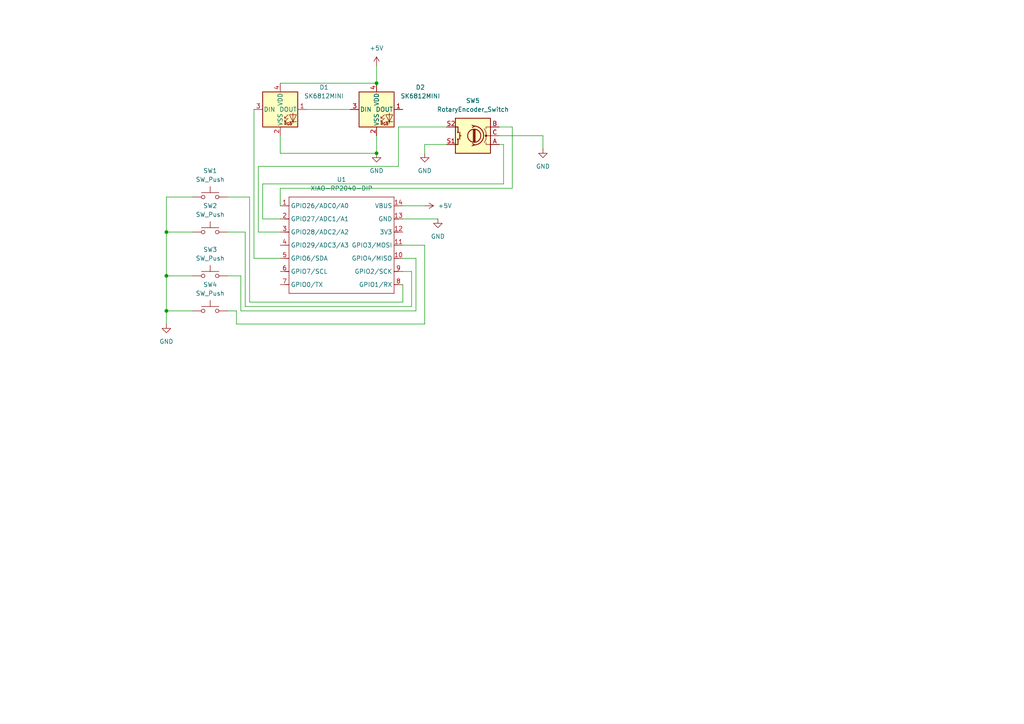
<source format=kicad_sch>
(kicad_sch (version 20250114) (generator "eeschema") (generator_version "9.0")
  (paper "A4")
  (lib_symbols
    (symbol "Device:RotaryEncoder_Switch" (pin_names (offset 0.254) (hide yes))
      (property "Reference" "SW" (at 0 6.604 0))
      (property "Value" "RotaryEncoder_Switch" (at 0 -6.604 0))
      (symbol "RotaryEncoder_Switch_0_1"
        (rectangle (start -5.08 5.08) (end 5.08 -5.08) (stroke (width 0.254)) (fill (type background)))
        (polyline (pts (xy -5.08 2.54) (xy -3.81 2.54) (xy -3.81 2.032)))
        (polyline (pts (xy -5.08 0) (xy -3.81 0) (xy -3.81 -1.016) (xy -3.302 -2.032)))
        (polyline (pts (xy -5.08 -2.54) (xy -3.81 -2.54) (xy -3.81 -2.032)))
        (polyline (pts (xy -4.318 0) (xy -3.81 0) (xy -3.81 1.016) (xy -3.302 2.032)))
        (circle (center -3.81 0) (radius 0.254) (fill (type outline)))
        (polyline (pts (xy -0.635 -1.778) (xy -0.635 1.778)) (stroke (width 0.254)))
        (circle (center -0.381 0) (radius 1.905) (stroke (width 0.254)))
        (polyline (pts (xy -0.381 -1.778) (xy -0.381 1.778)) (stroke (width 0.254)))
        (arc (start -0.381 -2.794) (mid -3.0988 -0.0635) (end -0.381 2.667) (stroke (width 0.254)))
        (polyline (pts (xy -0.127 1.778) (xy -0.127 -1.778)) (stroke (width 0.254)))
        (polyline (pts (xy 0.254 2.921) (xy -0.508 2.667) (xy 0.127 2.286)) (stroke (width 0.254)))
        (polyline (pts (xy 0.254 -3.048) (xy -0.508 -2.794) (xy 0.127 -2.413)) (stroke (width 0.254)))
        (polyline (pts (xy 3.81 1.016) (xy 3.81 -1.016)) (stroke (width 0.254)))
        (polyline (pts (xy 3.81 0) (xy 3.429 0)) (stroke (width 0.254)))
        (circle (center 4.318 1.016) (radius 0.127) (stroke (width 0.254)))
        (circle (center 4.318 -1.016) (radius 0.127) (stroke (width 0.254)))
        (polyline (pts (xy 5.08 2.54) (xy 4.318 2.54) (xy 4.318 1.016)) (stroke (width 0.254)))
        (polyline (pts (xy 5.08 -2.54) (xy 4.318 -2.54) (xy 4.318 -1.016)) (stroke (width 0.254)))
      )
      (symbol "RotaryEncoder_Switch_1_1"
        (pin passive line (at -7.62 2.54 0) (length 2.54) (name "A") (number "A"))
        (pin passive line (at -7.62 0 0) (length 2.54) (name "C") (number "C"))
        (pin passive line (at -7.62 -2.54 0) (length 2.54) (name "B") (number "B"))
        (pin passive line (at 7.62 2.54 180) (length 2.54) (name "S1") (number "S1"))
        (pin passive line (at 7.62 -2.54 180) (length 2.54) (name "S2") (number "S2"))
      )
    )
    (symbol "LED:SK6812MINI" (pin_names (offset 0.254))
      (property "Reference" "D" (at 5.08 5.715 0))
      (property "Value" "SK6812MINI" (at 1.27 -5.715 0))
      (symbol "SK6812MINI_0_0"
        (text "RGB" (at 2.286 -4.191 0) (effects (font (size 0.762 0.762))))
      )
      (symbol "SK6812MINI_0_1"
        (polyline (pts (xy 1.27 -2.54) (xy 1.778 -2.54)))
        (polyline (pts (xy 1.27 -3.556) (xy 1.778 -3.556)))
        (polyline (pts (xy 2.286 -1.524) (xy 1.27 -2.54) (xy 1.27 -2.032)))
        (polyline (pts (xy 2.286 -2.54) (xy 1.27 -3.556) (xy 1.27 -3.048)))
        (polyline (pts (xy 3.683 -1.016) (xy 3.683 -3.556) (xy 3.683 -4.064)))
        (polyline (pts (xy 4.699 -1.524) (xy 2.667 -1.524) (xy 3.683 -3.556) (xy 4.699 -1.524)))
        (polyline (pts (xy 4.699 -3.556) (xy 2.667 -3.556)))
        (rectangle (start 5.08 5.08) (end -5.08 -5.08) (stroke (width 0.254)) (fill (type background)))
      )
      (symbol "SK6812MINI_1_1"
        (pin input line (at -7.62 0 0) (length 2.54) (name "DIN") (number "3"))
        (pin power_in line (at 0 7.62 270) (length 2.54) (name "VDD") (number "4"))
        (pin power_in line (at 0 -7.62 90) (length 2.54) (name "VSS") (number "2"))
        (pin output line (at 7.62 0 180) (length 2.54) (name "DOUT") (number "1"))
      )
    )
    (symbol "OPL:XIAO-RP2040-DIP"
      (property "Reference" "U" (at 0 0 0))
      (property "Value" "XIAO-RP2040-DIP" (at 5.334 -1.778 0))
      (symbol "XIAO-RP2040-DIP_1_0"
        (polyline (pts (xy -1.27 -2.54) (xy 29.21 -2.54)) (stroke (width 0.1524)))
        (polyline (pts (xy -1.27 -5.08) (xy -2.54 -5.08)) (stroke (width 0.1524)))
        (polyline (pts (xy -1.27 -5.08) (xy -1.27 -2.54)) (stroke (width 0.1524)))
        (polyline (pts (xy -1.27 -8.89) (xy -2.54 -8.89)) (stroke (width 0.1524)))
        (polyline (pts (xy -1.27 -8.89) (xy -1.27 -5.08)) (stroke (width 0.1524)))
        (polyline (pts (xy -1.27 -12.7) (xy -2.54 -12.7)) (stroke (width 0.1524)))
        (polyline (pts (xy -1.27 -12.7) (xy -1.27 -8.89)) (stroke (width 0.1524)))
        (polyline (pts (xy -1.27 -16.51) (xy -2.54 -16.51)) (stroke (width 0.1524)))
        (polyline (pts (xy -1.27 -16.51) (xy -1.27 -12.7)) (stroke (width 0.1524)))
        (polyline (pts (xy -1.27 -20.32) (xy -2.54 -20.32)) (stroke (width 0.1524)))
        (polyline (pts (xy -1.27 -24.13) (xy -2.54 -24.13)) (stroke (width 0.1524)))
        (polyline (pts (xy -1.27 -27.94) (xy -2.54 -27.94)) (stroke (width 0.1524)))
        (polyline (pts (xy -1.27 -30.48) (xy -1.27 -16.51)) (stroke (width 0.1524)))
        (polyline (pts (xy 29.21 -2.54) (xy 29.21 -5.08)) (stroke (width 0.1524)))
        (polyline (pts (xy 29.21 -5.08) (xy 29.21 -8.89)) (stroke (width 0.1524)))
        (polyline (pts (xy 29.21 -8.89) (xy 29.21 -12.7)) (stroke (width 0.1524)))
        (polyline (pts (xy 29.21 -12.7) (xy 29.21 -30.48)) (stroke (width 0.1524)))
        (polyline (pts (xy 29.21 -30.48) (xy -1.27 -30.48)) (stroke (width 0.1524)))
        (polyline (pts (xy 30.48 -5.08) (xy 29.21 -5.08)) (stroke (width 0.1524)))
        (polyline (pts (xy 30.48 -8.89) (xy 29.21 -8.89)) (stroke (width 0.1524)))
        (polyline (pts (xy 30.48 -12.7) (xy 29.21 -12.7)) (stroke (width 0.1524)))
        (polyline (pts (xy 30.48 -16.51) (xy 29.21 -16.51)) (stroke (width 0.1524)))
        (polyline (pts (xy 30.48 -20.32) (xy 29.21 -20.32)) (stroke (width 0.1524)))
        (polyline (pts (xy 30.48 -24.13) (xy 29.21 -24.13)) (stroke (width 0.1524)))
        (polyline (pts (xy 30.48 -27.94) (xy 29.21 -27.94)) (stroke (width 0.1524)))
        (pin passive line (at -3.81 -5.08 0) (length 2.54) (name "GPIO26/ADC0/A0") (number "1"))
        (pin passive line (at -3.81 -8.89 0) (length 2.54) (name "GPIO27/ADC1/A1") (number "2"))
        (pin passive line (at -3.81 -12.7 0) (length 2.54) (name "GPIO28/ADC2/A2") (number "3"))
        (pin passive line (at -3.81 -16.51 0) (length 2.54) (name "GPIO29/ADC3/A3") (number "4"))
        (pin passive line (at -3.81 -20.32 0) (length 2.54) (name "GPIO6/SDA") (number "5"))
        (pin passive line (at -3.81 -24.13 0) (length 2.54) (name "GPIO7/SCL") (number "6"))
        (pin passive line (at -3.81 -27.94 0) (length 2.54) (name "GPIO0/TX") (number "7"))
        (pin passive line (at 31.75 -5.08 180) (length 2.54) (name "VBUS") (number "14"))
        (pin passive line (at 31.75 -8.89 180) (length 2.54) (name "GND") (number "13"))
        (pin passive line (at 31.75 -12.7 180) (length 2.54) (name "3V3") (number "12"))
        (pin passive line (at 31.75 -16.51 180) (length 2.54) (name "GPIO3/MOSI") (number "11"))
        (pin passive line (at 31.75 -20.32 180) (length 2.54) (name "GPIO4/MISO") (number "10"))
        (pin passive line (at 31.75 -24.13 180) (length 2.54) (name "GPIO2/SCK") (number "9"))
        (pin passive line (at 31.75 -27.94 180) (length 2.54) (name "GPIO1/RX") (number "8"))
      )
    )
    (symbol "Switch:SW_Push" (pin_numbers (hide yes)) (pin_names (offset 1.016) (hide yes))
      (property "Reference" "SW" (at 1.27 2.54 0))
      (property "Value" "SW_Push" (at 0 -1.524 0))
      (symbol "SW_Push_0_1"
        (circle (center -2.032 0) (radius 0.508))
        (polyline (pts (xy 0 1.27) (xy 0 3.048)))
        (circle (center 2.032 0) (radius 0.508))
        (polyline (pts (xy 2.54 1.27) (xy -2.54 1.27)))
        (pin passive line (at -5.08 0 0) (length 2.54) (name "1") (number "1"))
        (pin passive line (at 5.08 0 180) (length 2.54) (name "2") (number "2"))
      )
    )
    (symbol "power:+5V" (power) (pin_numbers (hide yes)) (pin_names (offset 0) (hide yes))
      (property "Value" "+5V" (at 0 3.556 0))
      (symbol "+5V_0_1"
        (polyline (pts (xy -0.762 1.27) (xy 0 2.54)))
        (polyline (pts (xy 0 2.54) (xy 0.762 1.27)))
        (polyline (pts (xy 0 0) (xy 0 2.54)))
      )
      (symbol "+5V_1_1"
        (pin power_in line (at 0 0 90) (length 0) (name "~") (number "1"))
      )
    )
    (symbol "power:GND" (power) (pin_numbers (hide yes)) (pin_names (offset 0) (hide yes))
      (property "Value" "GND" (at 0 -3.81 0))
      (symbol "GND_0_1"
        (polyline (pts (xy 0 0) (xy 0 -1.27) (xy 1.27 -1.27) (xy 0 -2.54) (xy -1.27 -1.27) (xy 0 -1.27)))
      )
      (symbol "GND_1_1"
        (pin power_in line (at 0 0 270) (length 0) (name "~") (number "1"))
      )
    )
  )
  (junction (at 109.22 24.13))
  (junction (at 109.22 44.45))
  (junction (at 48.26 90.17))
  (junction (at 48.26 80.01))
  (junction (at 48.26 67.31))
  (wire (pts (xy 66.04 67.31) (xy 71.12 67.31)))
  (wire (pts (xy 119.38 78.74) (xy 116.84 78.74)))
  (wire (pts (xy 148.59 36.83) (xy 148.59 54.61)))
  (wire (pts (xy 48.26 67.31) (xy 48.26 80.01)))
  (wire (pts (xy 120.65 74.93) (xy 116.84 74.93)))
  (wire (pts (xy 109.22 39.37) (xy 109.22 44.45)))
  (wire (pts (xy 123.19 93.98) (xy 123.19 71.12)))
  (wire (pts (xy 123.19 41.91) (xy 123.19 44.45)))
  (wire (pts (xy 116.84 87.63) (xy 116.84 82.55)))
  (wire (pts (xy 76.2 63.5) (xy 81.28 63.5)))
  (wire (pts (xy 129.54 41.91) (xy 123.19 41.91)))
  (wire (pts (xy 69.85 90.17) (xy 120.65 90.17)))
  (wire (pts (xy 73.66 31.75) (xy 73.66 74.93)))
  (wire (pts (xy 55.88 57.15) (xy 48.26 57.15)))
  (wire (pts (xy 120.65 90.17) (xy 120.65 74.93)))
  (wire (pts (xy 68.58 93.98) (xy 123.19 93.98)))
  (wire (pts (xy 66.04 80.01) (xy 69.85 80.01)))
  (wire (pts (xy 146.05 41.91) (xy 146.05 53.34)))
  (wire (pts (xy 48.26 67.31) (xy 55.88 67.31)))
  (wire (pts (xy 48.26 80.01) (xy 55.88 80.01)))
  (wire (pts (xy 66.04 57.15) (xy 72.39 57.15)))
  (wire (pts (xy 48.26 57.15) (xy 48.26 67.31)))
  (wire (pts (xy 144.78 36.83) (xy 148.59 36.83)))
  (wire (pts (xy 76.2 53.34) (xy 76.2 63.5)))
  (wire (pts (xy 74.93 48.26) (xy 74.93 67.31)))
  (wire (pts (xy 72.39 57.15) (xy 72.39 87.63)))
  (wire (pts (xy 73.66 74.93) (xy 81.28 74.93)))
  (wire (pts (xy 115.57 36.83) (xy 115.57 48.26)))
  (wire (pts (xy 81.28 39.37) (xy 81.28 44.45)))
  (wire (pts (xy 146.05 53.34) (xy 76.2 53.34)))
  (wire (pts (xy 144.78 41.91) (xy 146.05 41.91)))
  (wire (pts (xy 129.54 36.83) (xy 115.57 36.83)))
  (wire (pts (xy 123.19 71.12) (xy 116.84 71.12)))
  (wire (pts (xy 109.22 19.05) (xy 109.22 24.13)))
  (wire (pts (xy 119.38 88.9) (xy 119.38 78.74)))
  (wire (pts (xy 144.78 39.37) (xy 157.48 39.37)))
  (wire (pts (xy 72.39 87.63) (xy 116.84 87.63)))
  (wire (pts (xy 48.26 90.17) (xy 48.26 93.98)))
  (wire (pts (xy 48.26 80.01) (xy 48.26 90.17)))
  (wire (pts (xy 68.58 90.17) (xy 68.58 93.98)))
  (wire (pts (xy 81.28 44.45) (xy 109.22 44.45)))
  (wire (pts (xy 81.28 54.61) (xy 81.28 59.69)))
  (wire (pts (xy 71.12 88.9) (xy 119.38 88.9)))
  (wire (pts (xy 157.48 39.37) (xy 157.48 43.18)))
  (wire (pts (xy 115.57 48.26) (xy 74.93 48.26)))
  (wire (pts (xy 69.85 80.01) (xy 69.85 90.17)))
  (wire (pts (xy 116.84 59.69) (xy 123.19 59.69)))
  (wire (pts (xy 148.59 54.61) (xy 81.28 54.61)))
  (wire (pts (xy 81.28 24.13) (xy 109.22 24.13)))
  (wire (pts (xy 88.9 31.75) (xy 101.6 31.75)))
  (wire (pts (xy 74.93 67.31) (xy 81.28 67.31)))
  (wire (pts (xy 116.84 63.5) (xy 127 63.5)))
  (wire (pts (xy 48.26 90.17) (xy 55.88 90.17)))
  (wire (pts (xy 71.12 67.31) (xy 71.12 88.9)))
  (wire (pts (xy 66.04 90.17) (xy 68.58 90.17)))
  (symbol (lib_id "power:GND") (at 109.22 44.45 0) (unit 1)
    (property "Reference" "#PWR02" (effects (hide yes)))
    (property "Value" "GND" (at 109.22 49.53 0))
    (property "Description" "Power symbol creates a global label with name \"GND\" , ground" (effects (hide yes)))
  )
  (symbol (lib_id "LED:SK6812MINI") (at 109.22 31.75 0) (unit 1)
    (property "Reference" "D2" (at 121.92 25.3298 0))
    (property "Value" "SK6812MINI" (at 121.92 27.8698 0))
    (property "Footprint" "LED_SMD:LED_SK6812MINI_PLCC4_3.5x3.5mm_P1.75mm" (effects (hide yes)))
    (property "Datasheet" "https://cdn-shop.adafruit.com/product-files/2686/SK6812MINI_REV.01-1-2.pdf" (effects (hide yes)))
    (property "Description" "RGB LED with integrated controller" (effects (hide yes)))
  )
  (symbol (lib_id "LED:SK6812MINI") (at 81.28 31.75 0) (unit 1)
    (property "Reference" "D1" (at 93.98 25.3298 0))
    (property "Value" "SK6812MINI" (at 93.98 27.8698 0))
    (property "Footprint" "LED_SMD:LED_SK6812MINI_PLCC4_3.5x3.5mm_P1.75mm" (effects (hide yes)))
    (property "Datasheet" "https://cdn-shop.adafruit.com/product-files/2686/SK6812MINI_REV.01-1-2.pdf" (effects (hide yes)))
    (property "Description" "RGB LED with integrated controller" (effects (hide yes)))
  )
  (symbol (lib_id "power:GND") (at 127 63.5 0) (unit 1)
    (property "Reference" "#PWR04" (effects (hide yes)))
    (property "Value" "GND" (at 127 68.58 0))
    (property "Description" "Power symbol creates a global label with name \"GND\" , ground" (effects (hide yes)))
  )
  (symbol (lib_id "Switch:SW_Push") (at 60.96 80.01 0) (unit 1)
    (property "Reference" "SW3" (at 60.96 72.39 0))
    (property "Value" "SW_Push" (at 60.96 74.93 0))
    (property "Footprint" "Button_Switch_Keyboard:SW_Cherry_MX_1.00u_PCB" (effects (hide yes)))
    (property "Description" "Push button switch, generic, two pins" (effects (hide yes)))
  )
  (symbol (lib_id "OPL:XIAO-RP2040-DIP") (at 85.09 54.61 0) (unit 1)
    (property "Reference" "U1" (at 99.06 52.07 0))
    (property "Value" "XIAO-RP2040-DIP" (at 99.06 54.61 0))
    (property "Footprint" "opl:XIAO-RP2040-DIP" (effects (hide yes)))
  )
  (symbol (lib_id "power:+5V") (at 123.19 59.69 270) (unit 1)
    (property "Reference" "#PWR05" (effects (hide yes)))
    (property "Value" "+5V" (at 127 59.6899 90) (effects (justify left)))
    (property "Description" "Power symbol creates a global label with name \"+5V\"" (effects (hide yes)))
  )
  (symbol (lib_id "power:+5V") (at 109.22 19.05 0) (unit 1)
    (property "Reference" "#PWR03" (effects (hide yes)))
    (property "Value" "+5V" (at 109.22 13.97 0))
    (property "Description" "Power symbol creates a global label with name \"+5V\"" (effects (hide yes)))
  )
  (symbol (lib_id "Device:RotaryEncoder_Switch") (at 137.16 39.37 180) (unit 1)
    (property "Reference" "SW5" (at 137.16 29.21 0))
    (property "Value" "RotaryEncoder_Switch" (at 137.16 31.75 0))
    (property "Footprint" "Rotary_Encoder:RotaryEncoder_Alps_EC11E-Switch_Vertical_H20mm_CircularMountingHoles" (effects (hide yes)))
    (property "Description" "Rotary encoder, dual channel, incremental quadrate outputs, with switch" (effects (hide yes)))
  )
  (symbol (lib_id "Switch:SW_Push") (at 60.96 57.15 0) (unit 1)
    (property "Reference" "SW1" (at 60.96 49.53 0))
    (property "Value" "SW_Push" (at 60.96 52.07 0))
    (property "Footprint" "Button_Switch_Keyboard:SW_Cherry_MX_1.00u_PCB" (effects (hide yes)))
    (property "Description" "Push button switch, generic, two pins" (effects (hide yes)))
  )
  (symbol (lib_id "Switch:SW_Push") (at 60.96 90.17 0) (unit 1)
    (property "Reference" "SW4" (at 60.96 82.55 0))
    (property "Value" "SW_Push" (at 60.96 85.09 0))
    (property "Footprint" "Button_Switch_Keyboard:SW_Cherry_MX_1.00u_PCB" (effects (hide yes)))
    (property "Description" "Push button switch, generic, two pins" (effects (hide yes)))
  )
  (symbol (lib_id "power:GND") (at 48.26 93.98 0) (unit 1)
    (property "Reference" "#PWR01" (effects (hide yes)))
    (property "Value" "GND" (at 48.26 99.06 0))
    (property "Description" "Power symbol creates a global label with name \"GND\" , ground" (effects (hide yes)))
  )
  (symbol (lib_id "Switch:SW_Push") (at 60.96 67.31 0) (unit 1)
    (property "Reference" "SW2" (at 60.96 59.69 0))
    (property "Value" "SW_Push" (at 60.96 62.23 0))
    (property "Footprint" "Button_Switch_Keyboard:SW_Cherry_MX_1.00u_PCB" (effects (hide yes)))
    (property "Description" "Push button switch, generic, two pins" (effects (hide yes)))
  )
  (symbol (lib_id "power:GND") (at 157.48 43.18 0) (unit 1)
    (property "Reference" "#PWR06" (effects (hide yes)))
    (property "Value" "GND" (at 157.48 48.26 0))
    (property "Description" "Power symbol creates a global label with name \"GND\" , ground" (effects (hide yes)))
  )
  (symbol (lib_id "power:GND") (at 123.19 44.45 0) (unit 1)
    (property "Reference" "#PWR07" (effects (hide yes)))
    (property "Value" "GND" (at 123.19 49.53 0))
    (property "Description" "Power symbol creates a global label with name \"GND\" , ground" (effects (hide yes)))
  )
)
</source>
